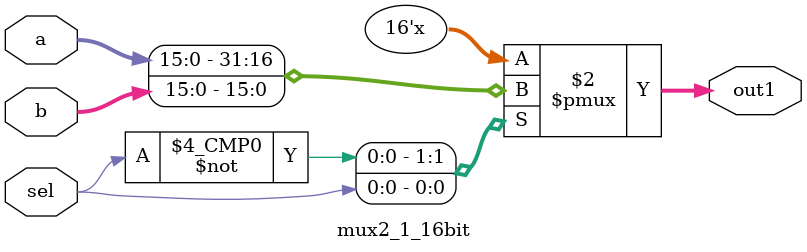
<source format=v>
module mux2_1_1bit(out1, a, b, sel);
    output  reg out1;
    input  a, b;
    input sel;
always @(sel or a or b)
begin
    case (sel)
        1'b0 :  out1 = a;
        1'b1 :  out1 = b;
    endcase
end
endmodule

module mux2_1_5bit(out1, a, b, sel);
    output  reg [4:0] out1;
    input       [4:0] a, b;
    input       sel;
always @(sel or a or b)
begin
    case (sel)
        1'b0 :  out1 = a;
        1'b1 :  out1 = b;
    endcase
end
endmodule

module mux2_1_32bit(out1, a, b, sel);
    output  reg [31:0] out1;
    input       [31:0] a, b;
    input       sel;
always @(sel or a or b)
begin
    case (sel)
        1'b0 :  out1 = a;
        1'b1 :  out1 = b;
    endcase
end
endmodule

module mux2_1_16bit(out1, a, b, sel);
    output  reg [15:0] out1;
    input       [15:0] a, b;
    input       sel;
always @(sel or a or b)
begin
    case (sel)
        1'b0 :  out1 = a;
        1'b1 :  out1 = b;
    endcase
end
endmodule
</source>
